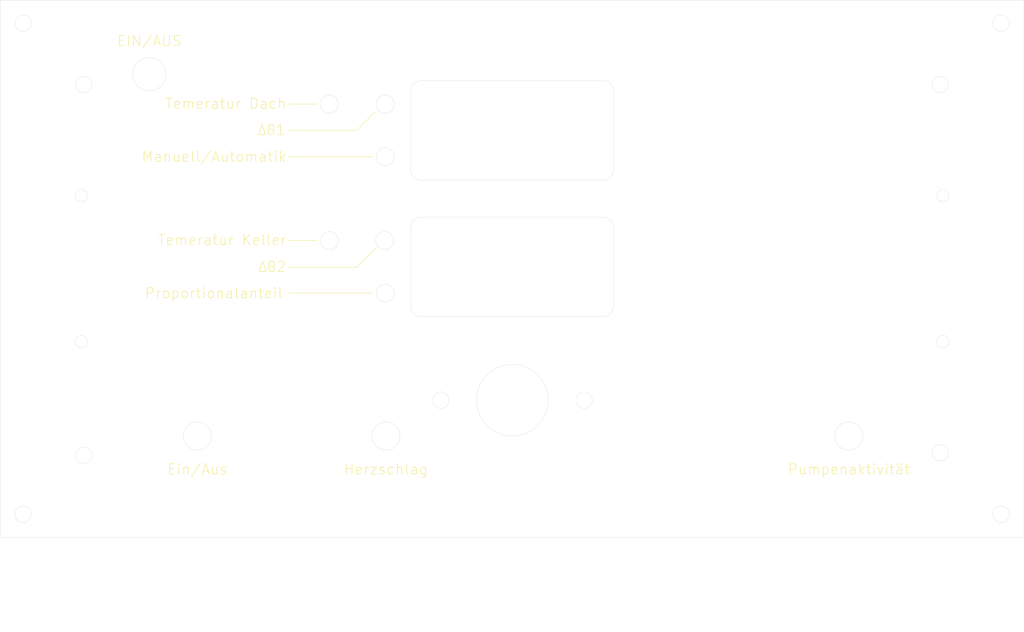
<source format=kicad_pcb>
(kicad_pcb (version 20171130) (host pcbnew "(5.1.9)-1")

  (general
    (thickness 1.6)
    (drawings 65)
    (tracks 0)
    (zones 0)
    (modules 5)
    (nets 1)
  )

  (page A4)
  (layers
    (0 F.Cu signal)
    (31 B.Cu signal)
    (32 B.Adhes user hide)
    (33 F.Adhes user hide)
    (34 B.Paste user hide)
    (35 F.Paste user hide)
    (36 B.SilkS user)
    (37 F.SilkS user)
    (38 B.Mask user hide)
    (39 F.Mask user hide)
    (40 Dwgs.User user hide)
    (41 Cmts.User user hide)
    (42 Eco1.User user hide)
    (43 Eco2.User user)
    (44 Edge.Cuts user)
    (45 Margin user hide)
    (46 B.CrtYd user hide)
    (47 F.CrtYd user hide)
    (48 B.Fab user hide)
    (49 F.Fab user hide)
  )

  (setup
    (last_trace_width 1.5)
    (user_trace_width 0.25)
    (user_trace_width 0.5)
    (user_trace_width 1.5)
    (trace_clearance 0.2)
    (zone_clearance 0.508)
    (zone_45_only no)
    (trace_min 0.15)
    (via_size 0.8)
    (via_drill 0.4)
    (via_min_size 0.4)
    (via_min_drill 0.2)
    (uvia_size 0.3)
    (uvia_drill 0.1)
    (uvias_allowed no)
    (uvia_min_size 0.2)
    (uvia_min_drill 0.1)
    (edge_width 0.05)
    (segment_width 0.2)
    (pcb_text_width 0.3)
    (pcb_text_size 1.5 1.5)
    (mod_edge_width 0.12)
    (mod_text_size 1 1)
    (mod_text_width 0.15)
    (pad_size 6.4 6.4)
    (pad_drill 3.2)
    (pad_to_mask_clearance 0.05)
    (aux_axis_origin 0 0)
    (visible_elements 7FFFFFFF)
    (pcbplotparams
      (layerselection 0x010fc_ffffffff)
      (usegerberextensions false)
      (usegerberattributes true)
      (usegerberadvancedattributes true)
      (creategerberjobfile true)
      (excludeedgelayer true)
      (linewidth 0.100000)
      (plotframeref false)
      (viasonmask false)
      (mode 1)
      (useauxorigin false)
      (hpglpennumber 1)
      (hpglpenspeed 20)
      (hpglpendiameter 15.000000)
      (psnegative false)
      (psa4output false)
      (plotreference true)
      (plotvalue true)
      (plotinvisibletext false)
      (padsonsilk false)
      (subtractmaskfromsilk false)
      (outputformat 1)
      (mirror false)
      (drillshape 0)
      (scaleselection 1)
      (outputdirectory "C:/Users/stoff/source/repos/solaranlage/Production Files/GER/"))
  )

  (net 0 "")

  (net_class Default "This is the default net class."
    (clearance 0.2)
    (trace_width 0.25)
    (via_dia 0.8)
    (via_drill 0.4)
    (uvia_dia 0.3)
    (uvia_drill 0.1)
  )

  (module dummy:void (layer F.Cu) (tedit 603C1284) (tstamp 603F12F2)
    (at 225.631 149.479)
    (path /641D9EF1)
    (fp_text reference MECH5 (at 9.573 7.874) (layer F.SilkS) hide
      (effects (font (size 1 1) (thickness 0.15)))
    )
    (fp_text value "Socket for ATMega32 (U7)" (at 0 -0.5) (layer F.Fab)
      (effects (font (size 1 1) (thickness 0.15)))
    )
  )

  (module dummy:void (layer F.Cu) (tedit 603C1284) (tstamp 603F12EE)
    (at 224.131 150.979)
    (path /640D3CA4)
    (fp_text reference MECH4 (at 4.469 6.501) (layer F.SilkS) hide
      (effects (font (size 1 1) (thickness 0.15)))
    )
    (fp_text value "Socket shift register (U12)" (at 0 -0.5) (layer F.Fab)
      (effects (font (size 1 1) (thickness 0.15)))
    )
  )

  (module dummy:void (layer F.Cu) (tedit 603C1284) (tstamp 603F12EA)
    (at 224.131 149.479)
    (path /6405078D)
    (fp_text reference MECH3 (at 4.342 5.715) (layer F.SilkS) hide
      (effects (font (size 1 1) (thickness 0.15)))
    )
    (fp_text value "Socket for buffer (U11)" (at 0 -0.5) (layer F.Fab)
      (effects (font (size 1 1) (thickness 0.15)))
    )
  )

  (module dummy:void (layer F.Cu) (tedit 603C1284) (tstamp 603F12E6)
    (at 222.631 150.979)
    (path /63E83912)
    (fp_text reference MECH2 (at -0.254 6.628) (layer F.SilkS) hide
      (effects (font (size 1 1) (thickness 0.15)))
    )
    (fp_text value "Socket for NE555 (U10)" (at 0 -0.5) (layer F.Fab)
      (effects (font (size 1 1) (thickness 0.15)))
    )
  )

  (module dummy:void (layer F.Cu) (tedit 603C1284) (tstamp 603F12E2)
    (at 222.631 149.479)
    (path /63E81666)
    (fp_text reference MECH1 (at -0.127 5.842) (layer F.SilkS) hide
      (effects (font (size 1 1) (thickness 0.15)))
    )
    (fp_text value "Socket for NE555 (U10)" (at 0 -0.5) (layer F.Fab)
      (effects (font (size 1 1) (thickness 0.15)))
    )
  )

  (gr_arc (start 156.75 105.061) (end 156.75 107.061) (angle -90) (layer Edge.Cuts) (width 0.05))
  (gr_arc (start 121.126 105.061) (end 119.126 105.061) (angle -90) (layer Edge.Cuts) (width 0.05))
  (gr_arc (start 156.75 89.63) (end 158.75 89.63) (angle -90) (layer Edge.Cuts) (width 0.05))
  (gr_arc (start 121.126 89.63) (end 121.126 87.63) (angle -93.6) (layer Edge.Cuts) (width 0.05))
  (gr_arc (start 156.75 78.391) (end 156.75 80.391) (angle -90) (layer Edge.Cuts) (width 0.05))
  (gr_arc (start 121.126 78.391) (end 119.126 78.391) (angle -90) (layer Edge.Cuts) (width 0.05))
  (gr_arc (start 156.75 62.96) (end 158.75 62.96) (angle -90) (layer Edge.Cuts) (width 0.05))
  (gr_arc (start 121.126 62.96) (end 119.126 62.96) (angle 90) (layer Edge.Cuts) (width 0.05) (tstamp 603D5A2A))
  (gr_text "Note: Conrad: 183592-62 as grips (x2)" (at 86.106 166.751) (layer Eco2.User)
    (effects (font (size 3 3) (thickness 0.15)))
  )
  (gr_circle (center 223.088 111.958) (end 224.288 111.958) (layer Edge.Cuts) (width 0.05) (tstamp 603C4798))
  (gr_circle (center 223.088 83.458) (end 224.288 83.458) (layer Edge.Cuts) (width 0.05) (tstamp 603C4793))
  (gr_circle (center 54.778 111.958) (end 55.978 111.958) (layer Edge.Cuts) (width 0.05) (tstamp 603C46D3))
  (gr_circle (center 54.778 83.458) (end 55.978 83.458) (layer Edge.Cuts) (width 0.05))
  (gr_circle (center 234.433 145.708) (end 236.033 145.708) (layer Edge.Cuts) (width 0.05) (tstamp 603C3D65))
  (gr_circle (center 222.588 133.708) (end 224.188 133.708) (layer Edge.Cuts) (width 0.05) (tstamp 603C3CF1))
  (gr_circle (center 153.008 123.413) (end 154.608 123.413) (layer Edge.Cuts) (width 0.05) (tstamp 603C3C96))
  (gr_circle (center 125.008 123.413) (end 126.608 123.413) (layer Edge.Cuts) (width 0.05) (tstamp 603C3C96))
  (gr_circle (center 234.433 49.708) (end 236.033 49.708) (layer Edge.Cuts) (width 0.05) (tstamp 603C3C65))
  (gr_circle (center 222.588 61.708) (end 224.188 61.708) (layer Edge.Cuts) (width 0.05) (tstamp 603C3C23))
  (gr_circle (center 43.433 145.708) (end 45.033 145.708) (layer Edge.Cuts) (width 0.05) (tstamp 603CDCDC))
  (gr_circle (center 55.278 134.216) (end 56.878 134.216) (layer Edge.Cuts) (width 0.05) (tstamp 603C3BC6))
  (gr_circle (center 43.433 49.708) (end 45.033 49.708) (layer Edge.Cuts) (width 0.05) (tstamp 603CDCDF))
  (gr_circle (center 55.278 61.708) (end 56.878 61.708) (layer Edge.Cuts) (width 0.05) (tstamp 603C3B62))
  (gr_text Manuell/Automatik (at 80.724572 75.819) (layer F.SilkS) (tstamp 603C3515)
    (effects (font (size 2 2) (thickness 0.15)))
  )
  (gr_text "Temeratur Dach" (at 83.010286 65.4345) (layer F.SilkS) (tstamp 603C34F3)
    (effects (font (size 2 2) (thickness 0.15)))
  )
  (gr_text ∆ϑ1 (at 91.948 70.578) (layer F.SilkS) (tstamp 603C3AD9)
    (effects (font (size 2 2) (thickness 0.15)))
  )
  (gr_line (start 95.25 75.819) (end 111.633 75.819) (layer F.SilkS) (width 0.12) (tstamp 603C33D6))
  (gr_line (start 108.585 70.6755) (end 112.268 66.9925) (layer F.SilkS) (width 0.12) (tstamp 603C33AD))
  (gr_line (start 95.25 70.6755) (end 108.585 70.6755) (layer F.SilkS) (width 0.12) (tstamp 603C33AC))
  (gr_line (start 95.25 65.532) (end 100.838 65.532) (layer F.SilkS) (width 0.12) (tstamp 603C3360))
  (gr_text EIN/AUS (at 68.082 53.19) (layer F.SilkS) (tstamp 603C3334)
    (effects (font (size 2 2) (thickness 0.15)))
  )
  (gr_line (start 95.25 102.489) (end 111.633 102.489) (layer F.SilkS) (width 0.12))
  (gr_line (start 108.585 97.443) (end 112.268 93.76) (layer F.SilkS) (width 0.12))
  (gr_line (start 95.25 97.443) (end 108.585 97.443) (layer F.SilkS) (width 0.12))
  (gr_line (start 95.25 92.202) (end 100.838 92.202) (layer F.SilkS) (width 0.12))
  (gr_text Proportionalanteil (at 80.676952 102.489) (layer F.SilkS) (tstamp 603C3213)
    (effects (font (size 2 2) (thickness 0.15)))
  )
  (gr_text ∆ϑ2 (at 92.075 97.3455) (layer F.SilkS) (tstamp 603C31D6)
    (effects (font (size 2 2) (thickness 0.15)))
  )
  (gr_text "Temeratur Keller" (at 82.296 92.1045) (layer F.SilkS) (tstamp 603C3183)
    (effects (font (size 2 2) (thickness 0.15)))
  )
  (gr_text Ein/Aus (at 77.48 136.929) (layer F.SilkS)
    (effects (font (size 2 2) (thickness 0.15)))
  )
  (gr_text Herzschlag (at 114.3 136.929) (layer F.SilkS)
    (effects (font (size 2 2) (thickness 0.15)))
  )
  (gr_text Pumpenaktivität (at 204.724 136.929) (layer F.SilkS)
    (effects (font (size 2 2) (thickness 0.15)))
  )
  (gr_line (start 156.75 107.061) (end 121.126 107.061) (layer Edge.Cuts) (width 0.05) (tstamp 603C289C))
  (gr_line (start 121.126 87.63) (end 156.75 87.63) (layer Edge.Cuts) (width 0.05) (tstamp 603C289B))
  (gr_line (start 158.75 89.63) (end 158.75 105.061) (layer Edge.Cuts) (width 0.05) (tstamp 603C289A))
  (gr_line (start 119.126 105.061) (end 119.126 89.63) (layer Edge.Cuts) (width 0.05) (tstamp 603C2899))
  (gr_line (start 119.126 78.391) (end 119.126 62.96) (layer Edge.Cuts) (width 0.05) (tstamp 603C285C))
  (gr_line (start 156.75 80.391) (end 121.126 80.391) (layer Edge.Cuts) (width 0.05))
  (gr_line (start 158.75 62.96) (end 158.75 78.391) (layer Edge.Cuts) (width 0.05))
  (gr_line (start 121.126 60.96) (end 156.75 60.96) (layer Edge.Cuts) (width 0.05))
  (gr_circle (center 68.082 59.69) (end 71.332 59.69) (layer Edge.Cuts) (width 0.05) (tstamp 603C2836))
  (gr_circle (center 77.48 130.429) (end 80.23 130.429) (layer Edge.Cuts) (width 0.05) (tstamp 603C27DD))
  (gr_circle (center 114.3 130.429) (end 117.05 130.429) (layer Edge.Cuts) (width 0.05) (tstamp 603C27A4))
  (gr_circle (center 204.724 130.429) (end 207.474 130.429) (layer Edge.Cuts) (width 0.05) (tstamp 603C2763))
  (gr_circle (center 103.251 65.532) (end 105.001 65.532) (layer Edge.Cuts) (width 0.05) (tstamp 603C2741))
  (gr_circle (center 114.173 65.532) (end 115.923 65.532) (layer Edge.Cuts) (width 0.05) (tstamp 603C2710))
  (gr_circle (center 114.173 75.819) (end 115.923 75.819) (layer Edge.Cuts) (width 0.05) (tstamp 603C26C2))
  (gr_circle (center 103.251 92.202) (end 105.001 92.202) (layer Edge.Cuts) (width 0.05) (tstamp 603C25E3))
  (gr_circle (center 114.046 92.202) (end 115.796 92.202) (layer Edge.Cuts) (width 0.05) (tstamp 603C2515))
  (gr_circle (center 114.173 102.489) (end 115.923 102.489) (layer Edge.Cuts) (width 0.05))
  (gr_circle (center 139.008 123.413) (end 146.008 123.413) (layer Edge.Cuts) (width 0.05))
  (gr_line (start 38.933 45.208) (end 238.933 45.208) (layer Edge.Cuts) (width 0.05) (tstamp 603C2085))
  (gr_text "200mm x 105mm" (at 60.071 159.639) (layer Eco2.User) (tstamp 5F83BAFE)
    (effects (font (size 4 3) (thickness 0.3)))
  )
  (gr_line (start 38.933 150.208) (end 38.933 45.208) (layer Edge.Cuts) (width 0.05) (tstamp 5F124799))
  (gr_line (start 238.933 150.208) (end 38.933 150.208) (layer Edge.Cuts) (width 0.05) (tstamp 603CDA1A))
  (gr_line (start 238.933 45.208) (end 238.933 150.208) (layer Edge.Cuts) (width 0.05) (tstamp 5F150866))

)

</source>
